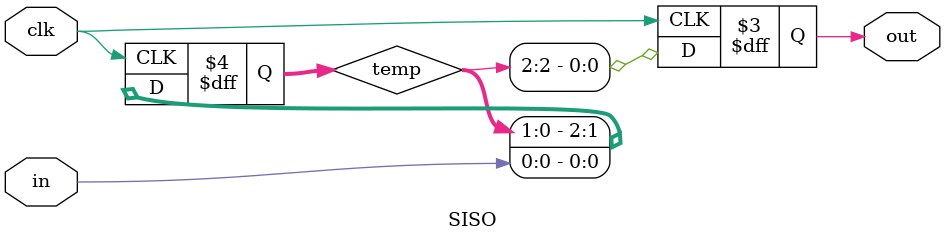
<source format=v>
module SISO#(parameter n = 4) (input in,input clk, output reg out);
reg [n-2:0] temp; // Excluding the launch and capture flops
integer i;
always@(posedge clk)
begin
		temp[0] <= in;
		
		for(i =1 ; i <= (n-2) ; i=i +1 )
			temp[i]  <= temp[i-1];
		
		out <= temp[n-2];
end
endmodule

</source>
